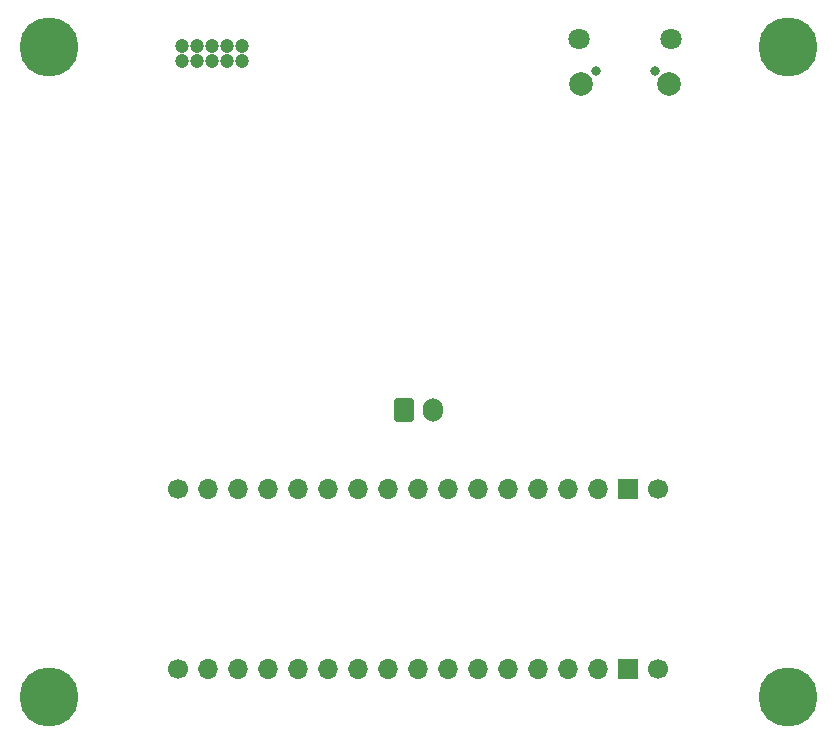
<source format=gbr>
%TF.GenerationSoftware,KiCad,Pcbnew,(6.0.11)*%
%TF.CreationDate,2024-02-14T19:55:53+02:00*%
%TF.ProjectId,AI4EDGE_STM32_v6-rounded,41493445-4447-4455-9f53-544d33325f76,rev?*%
%TF.SameCoordinates,Original*%
%TF.FileFunction,Soldermask,Bot*%
%TF.FilePolarity,Negative*%
%FSLAX46Y46*%
G04 Gerber Fmt 4.6, Leading zero omitted, Abs format (unit mm)*
G04 Created by KiCad (PCBNEW (6.0.11)) date 2024-02-14 19:55:53*
%MOMM*%
%LPD*%
G01*
G04 APERTURE LIST*
G04 Aperture macros list*
%AMRoundRect*
0 Rectangle with rounded corners*
0 $1 Rounding radius*
0 $2 $3 $4 $5 $6 $7 $8 $9 X,Y pos of 4 corners*
0 Add a 4 corners polygon primitive as box body*
4,1,4,$2,$3,$4,$5,$6,$7,$8,$9,$2,$3,0*
0 Add four circle primitives for the rounded corners*
1,1,$1+$1,$2,$3*
1,1,$1+$1,$4,$5*
1,1,$1+$1,$6,$7*
1,1,$1+$1,$8,$9*
0 Add four rect primitives between the rounded corners*
20,1,$1+$1,$2,$3,$4,$5,0*
20,1,$1+$1,$4,$5,$6,$7,0*
20,1,$1+$1,$6,$7,$8,$9,0*
20,1,$1+$1,$8,$9,$2,$3,0*%
G04 Aperture macros list end*
%ADD10C,0.800000*%
%ADD11C,2.000000*%
%ADD12C,1.800000*%
%ADD13C,1.700000*%
%ADD14R,1.700000X1.700000*%
%ADD15O,1.700000X1.700000*%
%ADD16C,5.000000*%
%ADD17C,1.203200*%
%ADD18RoundRect,0.250000X-0.600000X-0.750000X0.600000X-0.750000X0.600000X0.750000X-0.600000X0.750000X0*%
%ADD19O,1.700000X2.000000*%
G04 APERTURE END LIST*
D10*
%TO.C,J1*%
X140000000Y-70800000D03*
X145000000Y-70800000D03*
D11*
X146225000Y-71850000D03*
X138775000Y-71850000D03*
D12*
X146375000Y-68050000D03*
X138625000Y-68050000D03*
%TD*%
D13*
%TO.C,M2*%
X145288000Y-106172000D03*
X145288000Y-121412000D03*
X104648000Y-106172000D03*
X104648000Y-121412000D03*
D14*
X142748000Y-106172000D03*
D15*
X140208000Y-106172000D03*
X137668000Y-106172000D03*
X135128000Y-106172000D03*
X132588000Y-106172000D03*
X130048000Y-106172000D03*
X127508000Y-106172000D03*
X124968000Y-106172000D03*
X122428000Y-106172000D03*
X119888000Y-106172000D03*
X117348000Y-106172000D03*
X114808000Y-106172000D03*
X112268000Y-106172000D03*
X109728000Y-106172000D03*
X107188000Y-106172000D03*
X107188000Y-121412000D03*
X109728000Y-121412000D03*
X112268000Y-121412000D03*
X114808000Y-121412000D03*
X117348000Y-121412000D03*
X119888000Y-121412000D03*
X122428000Y-121412000D03*
X124968000Y-121412000D03*
X127508000Y-121412000D03*
X130048000Y-121412000D03*
X132588000Y-121412000D03*
X135128000Y-121412000D03*
X137668000Y-121412000D03*
X140208000Y-121412000D03*
D14*
X142748000Y-121412000D03*
%TD*%
D10*
%TO.C,H4*%
X93750000Y-121875000D03*
X95075825Y-125075825D03*
X92424175Y-122424175D03*
X95075825Y-122424175D03*
X91875000Y-123750000D03*
D16*
X93750000Y-123750000D03*
D10*
X95625000Y-123750000D03*
X92424175Y-125075825D03*
X93750000Y-125625000D03*
%TD*%
%TO.C,H3*%
X158125000Y-123750000D03*
X157575825Y-125075825D03*
X156250000Y-125625000D03*
X154375000Y-123750000D03*
X156250000Y-121875000D03*
X157575825Y-122424175D03*
D16*
X156250000Y-123750000D03*
D10*
X154924175Y-125075825D03*
X154924175Y-122424175D03*
%TD*%
D17*
%TO.C,J2*%
X104960000Y-69885000D03*
X104960000Y-68615000D03*
X106230000Y-69885000D03*
X106230000Y-68615000D03*
X107500000Y-69885000D03*
X107500000Y-68615000D03*
X108770000Y-69885000D03*
X108770000Y-68615000D03*
X110040000Y-69885000D03*
X110040000Y-68615000D03*
%TD*%
D10*
%TO.C,H2*%
X156250000Y-70625000D03*
X157575825Y-70075825D03*
X154924175Y-70075825D03*
X154924175Y-67424175D03*
X156250000Y-66875000D03*
X157575825Y-67424175D03*
X154375000Y-68750000D03*
X158125000Y-68750000D03*
D16*
X156250000Y-68750000D03*
%TD*%
D18*
%TO.C,J3*%
X123750000Y-99450000D03*
D19*
X126250000Y-99450000D03*
%TD*%
D10*
%TO.C,H1*%
X92424175Y-70075825D03*
X92424175Y-67424175D03*
X95075825Y-67424175D03*
X91875000Y-68750000D03*
D16*
X93750000Y-68750000D03*
D10*
X95625000Y-68750000D03*
X93750000Y-70625000D03*
X93750000Y-66875000D03*
X95075825Y-70075825D03*
%TD*%
M02*

</source>
